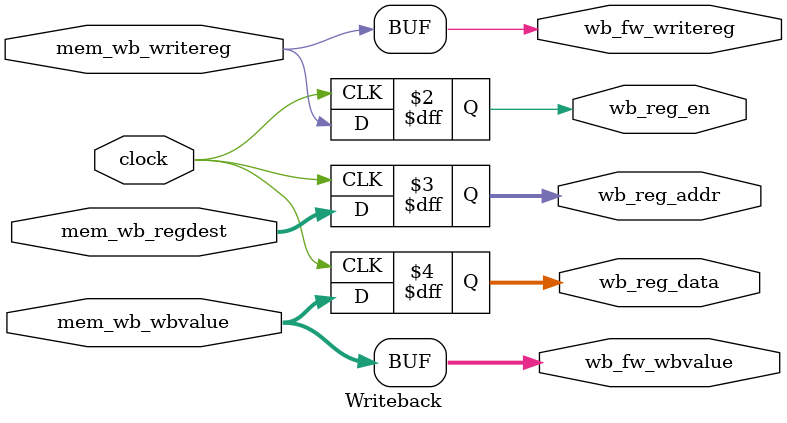
<source format=v>
module Writeback (

	input clock ,

	// Memory
	input [4:0] mem_wb_regdest ,
	input mem_wb_writereg ,
	input [31:0] mem_wb_wbvalue ,
	
	// Registers
	output reg wb_reg_en ,
	output reg [4:0] wb_reg_addr ,
	output reg [31:0] wb_reg_data ,

	// Forwarding
	output [31:0] wb_fw_wbvalue ,
	output wb_fw_writereg
);

//fowarding
assign wb_fw_writereg = mem_wb_writereg;
assign wb_fw_wbvalue = mem_wb_wbvalue;


always@(negedge clock)
begin
	//registers
	wb_reg_en = mem_wb_writereg;
	wb_reg_addr = mem_wb_regdest;
	wb_reg_data = mem_wb_wbvalue;
end

endmodule


</source>
